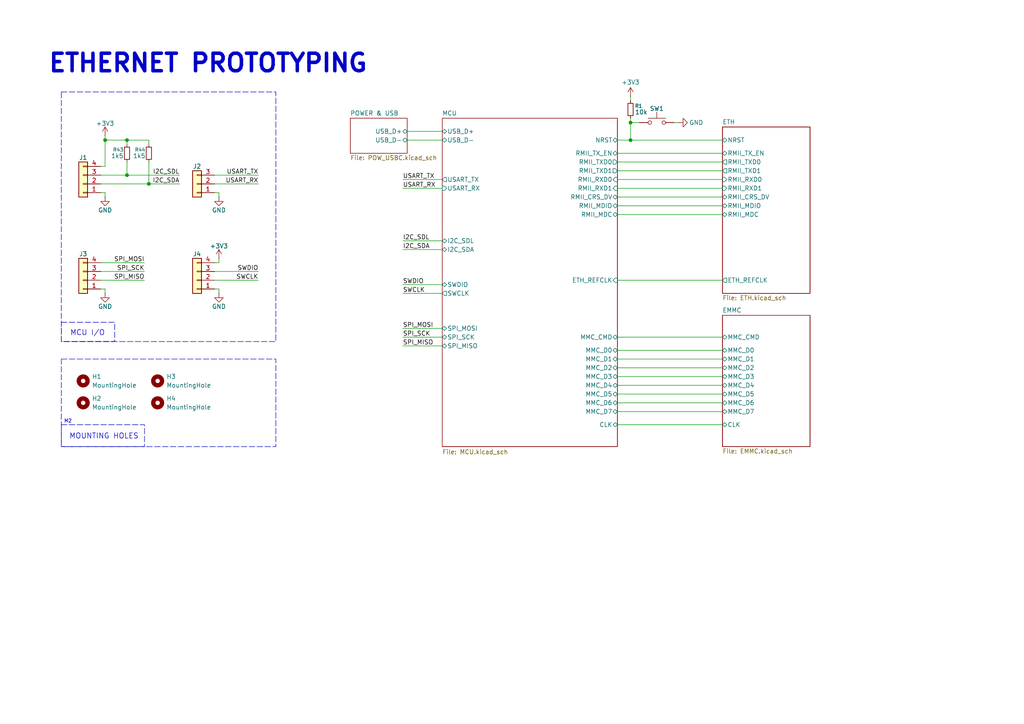
<source format=kicad_sch>
(kicad_sch (version 20250114) (generator "eeschema") (generator_version "9.0")
  (paper "A4")
  (title_block (title "Ethernet Prototyping Hierarchical View") (date "2025-11-08") (rev "0.1") (company "Liquid Rocketry Illinois"))
  (lib_symbols
    (symbol "Connector_Generic:Conn_01x03" (pin_names (offset 1.016) (hide yes))
      (property "Reference" "J" (at 0 5.08 0))
      (property "Value" "Conn_01x03" (at 0 -5.08 0))
      (symbol "Conn_01x03_1_1"
        (rectangle (start -1.27 3.81) (end 1.27 -3.81) (stroke (width 0.254)) (fill (type background)))
        (rectangle (start -1.27 2.667) (end 0 2.413) (stroke (width 0.1524)))
        (rectangle (start -1.27 0.127) (end 0 -0.127) (stroke (width 0.1524)))
        (rectangle (start -1.27 -2.413) (end 0 -2.667) (stroke (width 0.1524)))
        (pin passive line (at -5.08 2.54 0) (length 3.81) (name "Pin_1") (number "1"))
        (pin passive line (at -5.08 0 0) (length 3.81) (name "Pin_2") (number "2"))
        (pin passive line (at -5.08 -2.54 0) (length 3.81) (name "Pin_3") (number "3"))
      )
    )
    (symbol "Connector_Generic:Conn_01x04" (pin_names (offset 1.016) (hide yes))
      (property "Reference" "J" (at 0 5.08 0))
      (property "Value" "Conn_01x04" (at 0 -7.62 0))
      (symbol "Conn_01x04_1_1"
        (rectangle (start -1.27 3.81) (end 1.27 -6.35) (stroke (width 0.254)) (fill (type background)))
        (rectangle (start -1.27 2.667) (end 0 2.413) (stroke (width 0.1524)))
        (rectangle (start -1.27 0.127) (end 0 -0.127) (stroke (width 0.1524)))
        (rectangle (start -1.27 -2.413) (end 0 -2.667) (stroke (width 0.1524)))
        (rectangle (start -1.27 -4.953) (end 0 -5.207) (stroke (width 0.1524)))
        (pin passive line (at -5.08 2.54 0) (length 3.81) (name "Pin_1") (number "1"))
        (pin passive line (at -5.08 0 0) (length 3.81) (name "Pin_2") (number "2"))
        (pin passive line (at -5.08 -2.54 0) (length 3.81) (name "Pin_3") (number "3"))
        (pin passive line (at -5.08 -5.08 0) (length 3.81) (name "Pin_4") (number "4"))
      )
    )
    (symbol "Device:R_Small" (pin_numbers (hide yes)) (pin_names (offset 0.254) (hide yes))
      (property "Reference" "R" (at 0 0 90))
      (property "Value" "R_Small" (at 1.778 0 90))
      (symbol "R_Small_0_1"
        (rectangle (start -0.762 1.778) (end 0.762 -1.778) (stroke (width 0.2032)))
      )
      (symbol "R_Small_1_1"
        (pin passive line (at 0 2.54 270) (length 0.762) (name "~") (number "1"))
        (pin passive line (at 0 -2.54 90) (length 0.762) (name "~") (number "2"))
      )
    )
    (symbol "Mechanical:MountingHole" (pin_names (offset 1.016)) (in_bom no)
      (property "Reference" "H" (at 0 5.08 0))
      (property "Value" "MountingHole" (at 0 3.175 0))
      (symbol "MountingHole_0_1"
        (circle (center 0 0) (radius 1.27) (stroke (width 1.27)))
      )
    )
    (symbol "Switch:SW_Push" (pin_numbers (hide yes)) (pin_names (offset 1.016) (hide yes))
      (property "Reference" "SW" (at 1.27 2.54 0))
      (property "Value" "SW_Push" (at 0 -1.524 0))
      (symbol "SW_Push_0_1"
        (circle (center -2.032 0) (radius 0.508))
        (polyline (pts (xy 0 1.27) (xy 0 3.048)))
        (circle (center 2.032 0) (radius 0.508))
        (polyline (pts (xy 2.54 1.27) (xy -2.54 1.27)))
        (pin passive line (at -5.08 0 0) (length 2.54) (name "1") (number "1"))
        (pin passive line (at 5.08 0 180) (length 2.54) (name "2") (number "2"))
      )
    )
    (symbol "power:+3V3" (power) (pin_numbers (hide yes)) (pin_names (offset 0) (hide yes))
      (property "Value" "+3V3" (at 0 3.556 0))
      (symbol "+3V3_0_1"
        (polyline (pts (xy -0.762 1.27) (xy 0 2.54)))
        (polyline (pts (xy 0 2.54) (xy 0.762 1.27)))
        (polyline (pts (xy 0 0) (xy 0 2.54)))
      )
      (symbol "+3V3_1_1"
        (pin power_in line (at 0 0 90) (length 0) (name "~") (number "1"))
      )
    )
    (symbol "power:GND" (power) (pin_numbers (hide yes)) (pin_names (offset 0) (hide yes))
      (property "Value" "GND" (at 0 -3.81 0))
      (symbol "GND_0_1"
        (polyline (pts (xy 0 0) (xy 0 -1.27) (xy 1.27 -1.27) (xy 0 -2.54) (xy -1.27 -1.27) (xy 0 -1.27)))
      )
      (symbol "GND_1_1"
        (pin power_in line (at 0 0 270) (length 0) (name "~") (number "1"))
      )
    )
  )
  (rectangle (start 17.78 104.14) (end 80.01 129.54) (stroke (width 0) (type dash)))
  (rectangle (start 17.78 26.67) (end 80.01 99.06) (stroke (width 0) (type dash)))
  (rectangle (start 17.78 123.19) (end 41.91 129.54) (stroke (width 0) (type dash)))
  (rectangle (start 17.78 93.472) (end 33.274 99.06) (stroke (width 0) (type dash)))
  (text "ETHERNET PROTOTYPING " (at 13.716 15.494 0) (effects (font (size 5.08 5.08) (thickness 1.016) (bold yes)) (justify left top)))
  (text "M2" (at 18.542 121.666 0) (effects (font (size 1.016 1.016)) (justify left top)))
  (text "MCU I/O\n" (at 20.32 97.536 0) (effects (font (size 1.524 1.524)) (justify left bottom)))
  (text "MOUNTING HOLES" (at 20.066 127.508 0) (effects (font (size 1.524 1.524)) (justify left bottom)))
  (junction (at 182.88 40.64))
  (junction (at 36.83 50.8))
  (junction (at 182.88 35.56))
  (junction (at 43.18 53.34))
  (junction (at 30.48 40.64))
  (junction (at 36.83 40.64))
  (wire (pts (xy 62.23 55.88) (xy 63.5 55.88)))
  (wire (pts (xy 179.07 57.15) (xy 209.55 57.15)))
  (wire (pts (xy 62.23 78.74) (xy 74.93 78.74)))
  (wire (pts (xy 182.88 35.56) (xy 185.42 35.56)))
  (wire (pts (xy 179.07 101.6) (xy 209.55 101.6)))
  (wire (pts (xy 30.48 48.26) (xy 29.21 48.26)))
  (wire (pts (xy 62.23 81.28) (xy 74.93 81.28)))
  (wire (pts (xy 182.88 35.56) (xy 182.88 40.64)))
  (wire (pts (xy 179.07 116.84) (xy 209.55 116.84)))
  (wire (pts (xy 63.5 76.2) (xy 63.5 74.93)))
  (wire (pts (xy 179.07 62.23) (xy 209.55 62.23)))
  (wire (pts (xy 29.21 83.82) (xy 30.48 83.82)))
  (wire (pts (xy 179.07 46.99) (xy 209.55 46.99)))
  (wire (pts (xy 179.07 123.19) (xy 209.55 123.19)))
  (wire (pts (xy 43.18 40.64) (xy 43.18 41.91)))
  (wire (pts (xy 63.5 83.82) (xy 63.5 85.09)))
  (wire (pts (xy 118.11 38.1) (xy 128.27 38.1)))
  (wire (pts (xy 36.83 50.8) (xy 52.07 50.8)))
  (wire (pts (xy 62.23 53.34) (xy 74.93 53.34)))
  (wire (pts (xy 29.21 55.88) (xy 30.48 55.88)))
  (wire (pts (xy 179.07 104.14) (xy 209.55 104.14)))
  (wire (pts (xy 179.07 81.28) (xy 209.55 81.28)))
  (wire (pts (xy 63.5 55.88) (xy 63.5 57.15)))
  (wire (pts (xy 179.07 59.69) (xy 209.55 59.69)))
  (wire (pts (xy 179.07 44.45) (xy 209.55 44.45)))
  (wire (pts (xy 116.84 69.85) (xy 128.27 69.85)))
  (wire (pts (xy 29.21 76.2) (xy 41.91 76.2)))
  (wire (pts (xy 36.83 40.64) (xy 43.18 40.64)))
  (wire (pts (xy 116.84 72.39) (xy 128.27 72.39)))
  (wire (pts (xy 179.07 114.3) (xy 209.55 114.3)))
  (wire (pts (xy 179.07 119.38) (xy 209.55 119.38)))
  (wire (pts (xy 116.84 52.07) (xy 128.27 52.07)))
  (wire (pts (xy 179.07 106.68) (xy 209.55 106.68)))
  (wire (pts (xy 62.23 76.2) (xy 63.5 76.2)))
  (wire (pts (xy 179.07 52.07) (xy 209.55 52.07)))
  (wire (pts (xy 179.07 109.22) (xy 209.55 109.22)))
  (wire (pts (xy 182.88 35.56) (xy 182.88 34.29)))
  (wire (pts (xy 62.23 83.82) (xy 63.5 83.82)))
  (wire (pts (xy 179.07 54.61) (xy 209.55 54.61)))
  (wire (pts (xy 43.18 46.99) (xy 43.18 53.34)))
  (wire (pts (xy 179.07 40.64) (xy 182.88 40.64)))
  (wire (pts (xy 116.84 85.09) (xy 128.27 85.09)))
  (wire (pts (xy 116.84 54.61) (xy 128.27 54.61)))
  (wire (pts (xy 116.84 100.33) (xy 128.27 100.33)))
  (wire (pts (xy 36.83 46.99) (xy 36.83 50.8)))
  (wire (pts (xy 30.48 55.88) (xy 30.48 57.15)))
  (wire (pts (xy 116.84 82.55) (xy 128.27 82.55)))
  (wire (pts (xy 116.84 97.79) (xy 128.27 97.79)))
  (wire (pts (xy 62.23 50.8) (xy 74.93 50.8)))
  (wire (pts (xy 179.07 49.53) (xy 209.55 49.53)))
  (wire (pts (xy 30.48 83.82) (xy 30.48 85.09)))
  (wire (pts (xy 43.18 53.34) (xy 52.07 53.34)))
  (wire (pts (xy 29.21 81.28) (xy 41.91 81.28)))
  (wire (pts (xy 182.88 40.64) (xy 209.55 40.64)))
  (wire (pts (xy 179.07 111.76) (xy 209.55 111.76)))
  (wire (pts (xy 195.58 35.56) (xy 196.85 35.56)))
  (wire (pts (xy 30.48 40.64) (xy 36.83 40.64)))
  (wire (pts (xy 29.21 53.34) (xy 43.18 53.34)))
  (wire (pts (xy 29.21 78.74) (xy 41.91 78.74)))
  (wire (pts (xy 116.84 95.25) (xy 128.27 95.25)))
  (wire (pts (xy 30.48 40.64) (xy 30.48 48.26)))
  (wire (pts (xy 29.21 50.8) (xy 36.83 50.8)))
  (wire (pts (xy 179.07 97.79) (xy 209.55 97.79)))
  (wire (pts (xy 118.11 40.64) (xy 128.27 40.64)))
  (wire (pts (xy 30.48 39.37) (xy 30.48 40.64)))
  (wire (pts (xy 36.83 41.91) (xy 36.83 40.64)))
  (wire (pts (xy 182.88 27.94) (xy 182.88 29.21)))
  (label "USART_TX" (at 116.84 52.07 0))
  (label "I2C_SDL" (at 116.84 69.85 0))
  (label "SPI_MISO" (at 116.84 100.33 0))
  (label "USART_TX" (at 74.93 50.8 180))
  (label "SPI_MOSI" (at 116.84 95.25 0))
  (label "SPI_MISO" (at 41.91 81.28 180))
  (label "SWDIO" (at 74.93 78.74 180))
  (label "I2C_SDL" (at 52.07 50.8 180))
  (label "SPI_SCK" (at 41.91 78.74 180))
  (label "USART_RX" (at 116.84 54.61 0))
  (label "I2C_SDA" (at 116.84 72.39 0))
  (label "USART_RX" (at 74.93 53.34 180))
  (label "SPI_MOSI" (at 41.91 76.2 180))
  (label "SPI_SCK" (at 116.84 97.79 0))
  (label "I2C_SDA" (at 52.07 53.34 180))
  (label "SWCLK" (at 74.93 81.28 180))
  (label "SWCLK" (at 116.84 85.09 0))
  (label "SWDIO" (at 116.84 82.55 0))
  (symbol (lib_id "Mechanical:MountingHole") (at 45.72 110.49 0) (unit 1) (in_bom no)
    (property "Reference" "H3" (at 48.26 109.2199 0) (effects (justify left)))
    (property "Value" "MountingHole" (at 48.26 111.7599 0) (effects (justify left)))
    (property "Footprint" "MountingHole:MountingHole_2.2mm_M2" (effects (hide yes)))
    (property "Description" "Mounting Hole without connection" (effects (hide yes)))
  )
  (symbol (lib_id "power:GND") (at 30.48 57.15 0) (unit 1)
    (property "Reference" "#PWR048" (effects (hide yes)))
    (property "Value" "GND" (at 30.48 60.96 0))
    (property "Description" "Power symbol creates a global label with name \"GND\" , ground" (effects (hide yes)))
  )
  (symbol (lib_id "Switch:SW_Push") (at 190.5 35.56 0) (unit 1)
    (property "Reference" "SW1" (at 190.5 31.496 0))
    (property "Value" "SW_Push" (effects (hide yes)))
    (property "Footprint" "LRILibrary_Footprints:SW_TS-1088_XNP" (effects (hide yes)))
    (property "Description" "Push button switch, generic, two pins" (effects (hide yes)))
  )
  (symbol (lib_id "Device:R_Small") (at 182.88 31.75 0) (unit 1)
    (property "Reference" "R1" (at 184.15 30.734 0) (effects (font (size 1.016 1.016)) (justify left)))
    (property "Value" "10k" (at 184.15 32.512 0) (effects (justify left)))
    (property "Footprint" "Resistor_SMD:R_0603_1608Metric" (effects (hide yes)))
    (property "Description" "Resistor, small symbol" (effects (hide yes)))
  )
  (symbol (lib_id "Mechanical:MountingHole") (at 24.13 116.84 0) (unit 1) (in_bom no)
    (property "Reference" "H2" (at 26.67 115.5699 0) (effects (justify left)))
    (property "Value" "MountingHole" (at 26.67 118.1099 0) (effects (justify left)))
    (property "Footprint" "MountingHole:MountingHole_2.2mm_M2" (effects (hide yes)))
    (property "Description" "Mounting Hole without connection" (effects (hide yes)))
  )
  (symbol (lib_id "Connector_Generic:Conn_01x03") (at 57.15 53.34 180) (unit 1)
    (property "Reference" "J2" (at 57.15 48.26 0))
    (property "Value" "Conn_01x03" (effects (hide yes)))
    (property "Footprint" "Connector_PinHeader_2.54mm:PinHeader_1x03_P2.54mm_Vertical" (effects (hide yes)))
    (property "Description" "Generic connector, single row, 01x03, script generated (kicad-library-utils/schlib/autogen/connector/)" (effects (hide yes)))
  )
  (symbol (lib_id "Mechanical:MountingHole") (at 24.13 110.49 0) (unit 1) (in_bom no)
    (property "Reference" "H1" (at 26.67 109.2199 0) (effects (justify left)))
    (property "Value" "MountingHole" (at 26.67 111.7599 0) (effects (justify left)))
    (property "Footprint" "MountingHole:MountingHole_2.2mm_M2" (effects (hide yes)))
    (property "Description" "Mounting Hole without connection" (effects (hide yes)))
  )
  (symbol (lib_id "power:GND") (at 63.5 57.15 0) (unit 1)
    (property "Reference" "#PWR050" (effects (hide yes)))
    (property "Value" "GND" (at 63.5 60.96 0))
    (property "Description" "Power symbol creates a global label with name \"GND\" , ground" (effects (hide yes)))
  )
  (symbol (lib_id "Connector_Generic:Conn_01x04") (at 24.13 81.28 180) (unit 1)
    (property "Reference" "J3" (at 24.13 73.66 0))
    (property "Value" "Conn_01x04" (effects (hide yes)))
    (property "Footprint" "Connector_PinHeader_2.54mm:PinHeader_1x04_P2.54mm_Vertical" (effects (hide yes)))
    (property "Description" "Generic connector, single row, 01x04, script generated (kicad-library-utils/schlib/autogen/connector/)" (effects (hide yes)))
  )
  (symbol (lib_id "Device:R_Small") (at 43.18 44.45 0) (unit 1)
    (property "Reference" "R44" (at 40.64 43.434 0) (effects (font (size 1.016 1.016))))
    (property "Value" "1k5" (at 40.386 45.212 0))
    (property "Footprint" "Resistor_SMD:R_0603_1608Metric" (effects (hide yes)))
    (property "Description" "Resistor, small symbol" (effects (hide yes)))
  )
  (symbol (lib_id "Device:R_Small") (at 36.83 44.45 0) (unit 1)
    (property "Reference" "R43" (at 34.29 43.434 0) (effects (font (size 1.016 1.016))))
    (property "Value" "1k5" (at 34.036 45.212 0))
    (property "Footprint" "Resistor_SMD:R_0603_1608Metric" (effects (hide yes)))
    (property "Description" "Resistor, small symbol" (effects (hide yes)))
  )
  (symbol (lib_id "power:+3V3") (at 30.48 39.37 0) (unit 1)
    (property "Reference" "#PWR047" (effects (hide yes)))
    (property "Value" "+3V3" (at 30.48 35.814 0))
    (property "Description" "Power symbol creates a global label with name \"+3V3\"" (effects (hide yes)))
  )
  (symbol (lib_id "Mechanical:MountingHole") (at 45.72 116.84 0) (unit 1) (in_bom no)
    (property "Reference" "H4" (at 48.26 115.5699 0) (effects (justify left)))
    (property "Value" "MountingHole" (at 48.26 118.1099 0) (effects (justify left)))
    (property "Footprint" "MountingHole:MountingHole_2.2mm_M2" (effects (hide yes)))
    (property "Description" "Mounting Hole without connection" (effects (hide yes)))
  )
  (symbol (lib_id "Connector_Generic:Conn_01x04") (at 57.15 81.28 180) (unit 1)
    (property "Reference" "J4" (at 57.15 73.66 0))
    (property "Value" "Conn_01x04" (effects (hide yes)))
    (property "Footprint" "Connector_PinHeader_2.54mm:PinHeader_1x04_P2.54mm_Vertical" (effects (hide yes)))
    (property "Description" "Generic connector, single row, 01x04, script generated (kicad-library-utils/schlib/autogen/connector/)" (effects (hide yes)))
  )
  (symbol (lib_id "power:GND") (at 63.5 85.09 0) (unit 1)
    (property "Reference" "#PWR054" (effects (hide yes)))
    (property "Value" "GND" (at 63.5 88.9 0))
    (property "Description" "Power symbol creates a global label with name \"GND\" , ground" (effects (hide yes)))
  )
  (symbol (lib_id "Connector_Generic:Conn_01x04") (at 24.13 53.34 180) (unit 1)
    (property "Reference" "J1" (at 24.13 45.72 0))
    (property "Value" "Conn_01x04" (effects (hide yes)))
    (property "Footprint" "Connector_PinHeader_2.54mm:PinHeader_1x04_P2.54mm_Vertical" (effects (hide yes)))
    (property "Description" "Generic connector, single row, 01x04, script generated (kicad-library-utils/schlib/autogen/connector/)" (effects (hide yes)))
  )
  (symbol (lib_id "power:GND") (at 30.48 85.09 0) (unit 1)
    (property "Reference" "#PWR052" (effects (hide yes)))
    (property "Value" "GND" (at 30.48 88.9 0))
    (property "Description" "Power symbol creates a global label with name \"GND\" , ground" (effects (hide yes)))
  )
  (symbol (lib_id "power:+3V3") (at 182.88 27.94 0) (unit 1)
    (property "Reference" "#PWR038" (effects (hide yes)))
    (property "Value" "+3V3" (at 182.88 23.876 0))
    (property "Description" "Power symbol creates a global label with name \"+3V3\"" (effects (hide yes)))
  )
  (symbol (lib_id "power:GND") (at 196.85 35.56 90) (unit 1)
    (property "Reference" "#PWR037" (effects (hide yes)))
    (property "Value" "GND" (at 199.898 35.56 90) (effects (justify right)))
    (property "Description" "Power symbol creates a global label with name \"GND\" , ground" (effects (hide yes)))
  )
  (symbol (lib_id "power:+3V3") (at 63.5 74.93 0) (unit 1)
    (property "Reference" "#PWR049" (effects (hide yes)))
    (property "Value" "+3V3" (at 63.5 71.374 0))
    (property "Description" "Power symbol creates a global label with name \"+3V3\"" (effects (hide yes)))
  )
  (sheet (at 209.55 36.83) (size 25.4 48.26) (stroke (width 0.1524))
    (property "Sheetname" "ETH" (at 209.55 36.1184 0) (effects (justify left bottom)))
    (property "Sheetfile" "ETH.kicad_sch" (at 209.55 85.6746 0) (effects (justify left top)))
    (pin "RMII_MDIO" bidirectional (at 209.55 59.69 180))
    (pin "RMII_CRS_DV" bidirectional (at 209.55 57.15 180))
    (pin "NRST" tri_state (at 209.55 40.64 180))
    (pin "RMII_TX_EN" bidirectional (at 209.55 44.45 180))
    (pin "RMII_MDC" bidirectional (at 209.55 62.23 180))
    (pin "ETH_REFCLK" output (at 209.55 81.28 180))
    (pin "RMII_RXD0" input (at 209.55 52.07 180))
    (pin "RMII_TXD0" output (at 209.55 46.99 180))
    (pin "RMII_TXD1" output (at 209.55 49.53 180))
    (pin "RMII_RXD1" input (at 209.55 54.61 180))
  )
  (sheet (at 209.55 91.44) (size 25.4 38.1) (stroke (width 0.1524))
    (property "Sheetname" "EMMC" (at 209.55 90.7284 0) (effects (justify left bottom)))
    (property "Sheetfile" "EMMC.kicad_sch" (at 209.55 130.1246 0) (effects (justify left top)))
    (pin "CLK" bidirectional (at 209.55 123.19 180))
    (pin "MMC_D7" bidirectional (at 209.55 119.38 180))
    (pin "MMC_D3" bidirectional (at 209.55 109.22 180))
    (pin "MMC_D5" bidirectional (at 209.55 114.3 180))
    (pin "MMC_D6" bidirectional (at 209.55 116.84 180))
    (pin "MMC_D1" bidirectional (at 209.55 104.14 180))
    (pin "MMC_D0" bidirectional (at 209.55 101.6 180))
    (pin "MMC_D2" bidirectional (at 209.55 106.68 180))
    (pin "MMC_D4" bidirectional (at 209.55 111.76 180))
    (pin "MMC_CMD" bidirectional (at 209.55 97.79 180))
  )
  (sheet (at 128.27 34.29) (size 50.8 95.25) (stroke (width 0.1524))
    (property "Sheetname" "MCU" (at 128.27 33.5784 0) (effects (justify left bottom)))
    (property "Sheetfile" "MCU.kicad_sch" (at 128.27 131.826 0) (effects (justify left bottom)))
    (pin "NRST" bidirectional (at 179.07 40.64 0))
    (pin "RMII_CRS_DV" bidirectional (at 179.07 57.15 0))
    (pin "RMII_TX_EN" bidirectional (at 179.07 44.45 0))
    (pin "RMII_MDIO" bidirectional (at 179.07 59.69 0))
    (pin "RMII_MDC" bidirectional (at 179.07 62.23 0))
    (pin "CLK" bidirectional (at 179.07 123.19 0))
    (pin "MMC_CMD" bidirectional (at 179.07 97.79 0))
    (pin "MMC_D0" bidirectional (at 179.07 101.6 0))
    (pin "MMC_D1" bidirectional (at 179.07 104.14 0))
    (pin "MMC_D2" bidirectional (at 179.07 106.68 0))
    (pin "MMC_D3" bidirectional (at 179.07 109.22 0))
    (pin "MMC_D4" bidirectional (at 179.07 111.76 0))
    (pin "MMC_D5" bidirectional (at 179.07 114.3 0))
    (pin "MMC_D6" bidirectional (at 179.07 116.84 0))
    (pin "MMC_D7" bidirectional (at 179.07 119.38 0))
    (pin "USB_D+" bidirectional (at 128.27 38.1 180))
    (pin "USB_D-" bidirectional (at 128.27 40.64 180))
    (pin "I2C_SDL" bidirectional (at 128.27 69.85 180))
    (pin "I2C_SDA" bidirectional (at 128.27 72.39 180))
    (pin "SPI_MISO" bidirectional (at 128.27 100.33 180))
    (pin "SWDIO" bidirectional (at 128.27 82.55 180))
    (pin "SPI_MOSI" bidirectional (at 128.27 95.25 180))
    (pin "SPI_SCK" bidirectional (at 128.27 97.79 180))
    (pin "SWCLK" output (at 128.27 85.09 180))
    (pin "ETH_REFCLK" input (at 179.07 81.28 0))
    (pin "RMII_RXD1" input (at 179.07 54.61 0))
    (pin "RMII_TXD1" output (at 179.07 49.53 0))
    (pin "RMII_TXD0" output (at 179.07 46.99 0))
    (pin "USART_RX" input (at 128.27 54.61 180))
    (pin "RMII_RXD0" input (at 179.07 52.07 0))
    (pin "USART_TX" output (at 128.27 52.07 180))
  )
  (sheet (at 101.6 34.29) (size 16.51 10.16) (stroke (width 0.1524))
    (property "Sheetname" "POWER & USB" (at 101.6 33.5784 0) (effects (justify left bottom)))
    (property "Sheetfile" "POW_USBC.kicad_sch" (at 101.6 45.0346 0) (effects (justify left top)))
    (pin "USB_D-" bidirectional (at 118.11 40.64 0))
    (pin "USB_D+" bidirectional (at 118.11 38.1 0))
  )
)
</source>
